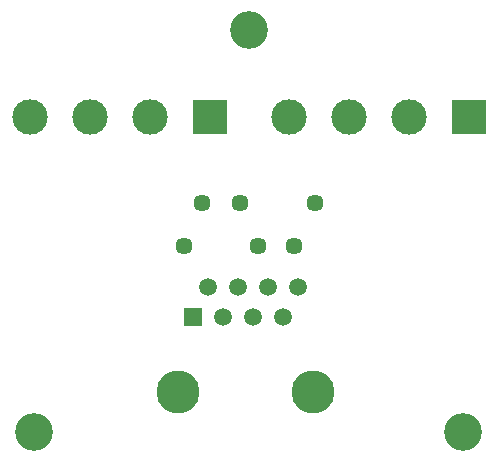
<source format=gbs>
G04 #@! TF.GenerationSoftware,KiCad,Pcbnew,(6.0.0)*
G04 #@! TF.CreationDate,2022-08-05T10:14:30-07:00*
G04 #@! TF.ProjectId,strain_guage,73747261-696e-45f6-9775-6167652e6b69,rev?*
G04 #@! TF.SameCoordinates,Original*
G04 #@! TF.FileFunction,Soldermask,Bot*
G04 #@! TF.FilePolarity,Negative*
%FSLAX46Y46*%
G04 Gerber Fmt 4.6, Leading zero omitted, Abs format (unit mm)*
G04 Created by KiCad (PCBNEW (6.0.0)) date 2022-08-05 10:14:30*
%MOMM*%
%LPD*%
G01*
G04 APERTURE LIST*
%ADD10C,1.451000*%
%ADD11C,3.200000*%
%ADD12R,3.000000X3.000000*%
%ADD13C,3.000000*%
%ADD14C,3.650000*%
%ADD15R,1.500000X1.500000*%
%ADD16C,1.500000*%
G04 APERTURE END LIST*
D10*
X122936000Y-134366000D03*
X113411000Y-134366000D03*
D11*
X99187000Y-153797000D03*
D12*
X114046000Y-127127000D03*
D13*
X108966000Y-127127000D03*
X103886000Y-127127000D03*
X98806000Y-127127000D03*
D10*
X111887000Y-138049000D03*
D12*
X136017000Y-127127000D03*
D13*
X130937000Y-127127000D03*
X125857000Y-127127000D03*
X120777000Y-127127000D03*
D10*
X116586000Y-134366000D03*
X118110000Y-138049000D03*
D14*
X111369500Y-150360000D03*
X122799500Y-150360000D03*
D15*
X112639500Y-144010000D03*
D16*
X113909500Y-141470000D03*
X115179500Y-144010000D03*
X116449500Y-141470000D03*
X117719500Y-144010000D03*
X118989500Y-141470000D03*
X120259500Y-144010000D03*
X121529500Y-141470000D03*
D10*
X121158000Y-138049000D03*
D11*
X135509000Y-153797000D03*
X117348000Y-119761000D03*
M02*

</source>
